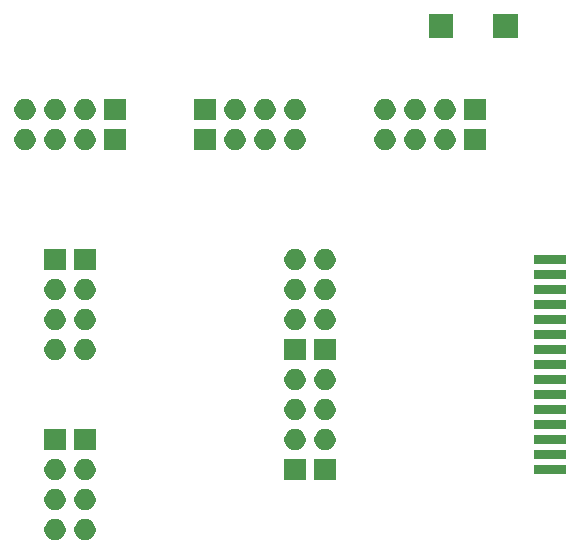
<source format=gbr>
G04 #@! TF.GenerationSoftware,KiCad,Pcbnew,(5.1.5)-3*
G04 #@! TF.CreationDate,2020-01-25T21:01:36+03:00*
G04 #@! TF.ProjectId,Casio VX Debug Unit,43617369-6f20-4565-9820-446562756720,rev?*
G04 #@! TF.SameCoordinates,Original*
G04 #@! TF.FileFunction,Soldermask,Top*
G04 #@! TF.FilePolarity,Negative*
%FSLAX46Y46*%
G04 Gerber Fmt 4.6, Leading zero omitted, Abs format (unit mm)*
G04 Created by KiCad (PCBNEW (5.1.5)-3) date 2020-01-25 21:01:36*
%MOMM*%
%LPD*%
G04 APERTURE LIST*
%ADD10C,0.100000*%
G04 APERTURE END LIST*
D10*
G36*
X206899000Y-80788000D02*
G01*
X208899000Y-80788000D01*
X208899000Y-82788000D01*
X206899000Y-82788000D01*
X206899000Y-82688000D01*
X206899000Y-80788000D01*
G37*
X206899000Y-80788000D02*
X208899000Y-80788000D01*
X208899000Y-82788000D01*
X206899000Y-82788000D01*
X206899000Y-82688000D01*
X206899000Y-80788000D01*
G36*
X212360000Y-80788000D02*
G01*
X214360000Y-80788000D01*
X214360000Y-82788000D01*
X212360000Y-82788000D01*
X212360000Y-82688000D01*
X212360000Y-80788000D01*
G37*
X212360000Y-80788000D02*
X214360000Y-80788000D01*
X214360000Y-82788000D01*
X212360000Y-82788000D01*
X212360000Y-82688000D01*
X212360000Y-80788000D01*
G36*
X177913512Y-123563927D02*
G01*
X178062812Y-123593624D01*
X178226784Y-123661544D01*
X178374354Y-123760147D01*
X178499853Y-123885646D01*
X178598456Y-124033216D01*
X178666376Y-124197188D01*
X178701000Y-124371259D01*
X178701000Y-124548741D01*
X178666376Y-124722812D01*
X178598456Y-124886784D01*
X178499853Y-125034354D01*
X178374354Y-125159853D01*
X178226784Y-125258456D01*
X178062812Y-125326376D01*
X177913512Y-125356073D01*
X177888742Y-125361000D01*
X177711258Y-125361000D01*
X177686488Y-125356073D01*
X177537188Y-125326376D01*
X177373216Y-125258456D01*
X177225646Y-125159853D01*
X177100147Y-125034354D01*
X177001544Y-124886784D01*
X176933624Y-124722812D01*
X176899000Y-124548741D01*
X176899000Y-124371259D01*
X176933624Y-124197188D01*
X177001544Y-124033216D01*
X177100147Y-123885646D01*
X177225646Y-123760147D01*
X177373216Y-123661544D01*
X177537188Y-123593624D01*
X177686488Y-123563927D01*
X177711258Y-123559000D01*
X177888742Y-123559000D01*
X177913512Y-123563927D01*
G37*
G36*
X175373512Y-123563927D02*
G01*
X175522812Y-123593624D01*
X175686784Y-123661544D01*
X175834354Y-123760147D01*
X175959853Y-123885646D01*
X176058456Y-124033216D01*
X176126376Y-124197188D01*
X176161000Y-124371259D01*
X176161000Y-124548741D01*
X176126376Y-124722812D01*
X176058456Y-124886784D01*
X175959853Y-125034354D01*
X175834354Y-125159853D01*
X175686784Y-125258456D01*
X175522812Y-125326376D01*
X175373512Y-125356073D01*
X175348742Y-125361000D01*
X175171258Y-125361000D01*
X175146488Y-125356073D01*
X174997188Y-125326376D01*
X174833216Y-125258456D01*
X174685646Y-125159853D01*
X174560147Y-125034354D01*
X174461544Y-124886784D01*
X174393624Y-124722812D01*
X174359000Y-124548741D01*
X174359000Y-124371259D01*
X174393624Y-124197188D01*
X174461544Y-124033216D01*
X174560147Y-123885646D01*
X174685646Y-123760147D01*
X174833216Y-123661544D01*
X174997188Y-123593624D01*
X175146488Y-123563927D01*
X175171258Y-123559000D01*
X175348742Y-123559000D01*
X175373512Y-123563927D01*
G37*
G36*
X177913512Y-121023927D02*
G01*
X178062812Y-121053624D01*
X178226784Y-121121544D01*
X178374354Y-121220147D01*
X178499853Y-121345646D01*
X178598456Y-121493216D01*
X178666376Y-121657188D01*
X178701000Y-121831259D01*
X178701000Y-122008741D01*
X178666376Y-122182812D01*
X178598456Y-122346784D01*
X178499853Y-122494354D01*
X178374354Y-122619853D01*
X178226784Y-122718456D01*
X178062812Y-122786376D01*
X177913512Y-122816073D01*
X177888742Y-122821000D01*
X177711258Y-122821000D01*
X177686488Y-122816073D01*
X177537188Y-122786376D01*
X177373216Y-122718456D01*
X177225646Y-122619853D01*
X177100147Y-122494354D01*
X177001544Y-122346784D01*
X176933624Y-122182812D01*
X176899000Y-122008741D01*
X176899000Y-121831259D01*
X176933624Y-121657188D01*
X177001544Y-121493216D01*
X177100147Y-121345646D01*
X177225646Y-121220147D01*
X177373216Y-121121544D01*
X177537188Y-121053624D01*
X177686488Y-121023927D01*
X177711258Y-121019000D01*
X177888742Y-121019000D01*
X177913512Y-121023927D01*
G37*
G36*
X175373512Y-121023927D02*
G01*
X175522812Y-121053624D01*
X175686784Y-121121544D01*
X175834354Y-121220147D01*
X175959853Y-121345646D01*
X176058456Y-121493216D01*
X176126376Y-121657188D01*
X176161000Y-121831259D01*
X176161000Y-122008741D01*
X176126376Y-122182812D01*
X176058456Y-122346784D01*
X175959853Y-122494354D01*
X175834354Y-122619853D01*
X175686784Y-122718456D01*
X175522812Y-122786376D01*
X175373512Y-122816073D01*
X175348742Y-122821000D01*
X175171258Y-122821000D01*
X175146488Y-122816073D01*
X174997188Y-122786376D01*
X174833216Y-122718456D01*
X174685646Y-122619853D01*
X174560147Y-122494354D01*
X174461544Y-122346784D01*
X174393624Y-122182812D01*
X174359000Y-122008741D01*
X174359000Y-121831259D01*
X174393624Y-121657188D01*
X174461544Y-121493216D01*
X174560147Y-121345646D01*
X174685646Y-121220147D01*
X174833216Y-121121544D01*
X174997188Y-121053624D01*
X175146488Y-121023927D01*
X175171258Y-121019000D01*
X175348742Y-121019000D01*
X175373512Y-121023927D01*
G37*
G36*
X196481000Y-120281000D02*
G01*
X194679000Y-120281000D01*
X194679000Y-118479000D01*
X196481000Y-118479000D01*
X196481000Y-120281000D01*
G37*
G36*
X177913512Y-118483927D02*
G01*
X178062812Y-118513624D01*
X178226784Y-118581544D01*
X178374354Y-118680147D01*
X178499853Y-118805646D01*
X178598456Y-118953216D01*
X178666376Y-119117188D01*
X178701000Y-119291259D01*
X178701000Y-119468741D01*
X178666376Y-119642812D01*
X178598456Y-119806784D01*
X178499853Y-119954354D01*
X178374354Y-120079853D01*
X178226784Y-120178456D01*
X178062812Y-120246376D01*
X177913512Y-120276073D01*
X177888742Y-120281000D01*
X177711258Y-120281000D01*
X177686488Y-120276073D01*
X177537188Y-120246376D01*
X177373216Y-120178456D01*
X177225646Y-120079853D01*
X177100147Y-119954354D01*
X177001544Y-119806784D01*
X176933624Y-119642812D01*
X176899000Y-119468741D01*
X176899000Y-119291259D01*
X176933624Y-119117188D01*
X177001544Y-118953216D01*
X177100147Y-118805646D01*
X177225646Y-118680147D01*
X177373216Y-118581544D01*
X177537188Y-118513624D01*
X177686488Y-118483927D01*
X177711258Y-118479000D01*
X177888742Y-118479000D01*
X177913512Y-118483927D01*
G37*
G36*
X175373512Y-118483927D02*
G01*
X175522812Y-118513624D01*
X175686784Y-118581544D01*
X175834354Y-118680147D01*
X175959853Y-118805646D01*
X176058456Y-118953216D01*
X176126376Y-119117188D01*
X176161000Y-119291259D01*
X176161000Y-119468741D01*
X176126376Y-119642812D01*
X176058456Y-119806784D01*
X175959853Y-119954354D01*
X175834354Y-120079853D01*
X175686784Y-120178456D01*
X175522812Y-120246376D01*
X175373512Y-120276073D01*
X175348742Y-120281000D01*
X175171258Y-120281000D01*
X175146488Y-120276073D01*
X174997188Y-120246376D01*
X174833216Y-120178456D01*
X174685646Y-120079853D01*
X174560147Y-119954354D01*
X174461544Y-119806784D01*
X174393624Y-119642812D01*
X174359000Y-119468741D01*
X174359000Y-119291259D01*
X174393624Y-119117188D01*
X174461544Y-118953216D01*
X174560147Y-118805646D01*
X174685646Y-118680147D01*
X174833216Y-118581544D01*
X174997188Y-118513624D01*
X175146488Y-118483927D01*
X175171258Y-118479000D01*
X175348742Y-118479000D01*
X175373512Y-118483927D01*
G37*
G36*
X199021000Y-120281000D02*
G01*
X197219000Y-120281000D01*
X197219000Y-118479000D01*
X199021000Y-118479000D01*
X199021000Y-120281000D01*
G37*
G36*
X218491000Y-119731000D02*
G01*
X215849000Y-119731000D01*
X215849000Y-119029000D01*
X218491000Y-119029000D01*
X218491000Y-119731000D01*
G37*
G36*
X218491000Y-118461000D02*
G01*
X215849000Y-118461000D01*
X215849000Y-117759000D01*
X218491000Y-117759000D01*
X218491000Y-118461000D01*
G37*
G36*
X176161000Y-117741000D02*
G01*
X174359000Y-117741000D01*
X174359000Y-115939000D01*
X176161000Y-115939000D01*
X176161000Y-117741000D01*
G37*
G36*
X195693512Y-115943927D02*
G01*
X195842812Y-115973624D01*
X196006784Y-116041544D01*
X196154354Y-116140147D01*
X196279853Y-116265646D01*
X196378456Y-116413216D01*
X196446376Y-116577188D01*
X196481000Y-116751259D01*
X196481000Y-116928741D01*
X196446376Y-117102812D01*
X196378456Y-117266784D01*
X196279853Y-117414354D01*
X196154354Y-117539853D01*
X196006784Y-117638456D01*
X195842812Y-117706376D01*
X195693512Y-117736073D01*
X195668742Y-117741000D01*
X195491258Y-117741000D01*
X195466488Y-117736073D01*
X195317188Y-117706376D01*
X195153216Y-117638456D01*
X195005646Y-117539853D01*
X194880147Y-117414354D01*
X194781544Y-117266784D01*
X194713624Y-117102812D01*
X194679000Y-116928741D01*
X194679000Y-116751259D01*
X194713624Y-116577188D01*
X194781544Y-116413216D01*
X194880147Y-116265646D01*
X195005646Y-116140147D01*
X195153216Y-116041544D01*
X195317188Y-115973624D01*
X195466488Y-115943927D01*
X195491258Y-115939000D01*
X195668742Y-115939000D01*
X195693512Y-115943927D01*
G37*
G36*
X178701000Y-117741000D02*
G01*
X176899000Y-117741000D01*
X176899000Y-115939000D01*
X178701000Y-115939000D01*
X178701000Y-117741000D01*
G37*
G36*
X198233512Y-115943927D02*
G01*
X198382812Y-115973624D01*
X198546784Y-116041544D01*
X198694354Y-116140147D01*
X198819853Y-116265646D01*
X198918456Y-116413216D01*
X198986376Y-116577188D01*
X199021000Y-116751259D01*
X199021000Y-116928741D01*
X198986376Y-117102812D01*
X198918456Y-117266784D01*
X198819853Y-117414354D01*
X198694354Y-117539853D01*
X198546784Y-117638456D01*
X198382812Y-117706376D01*
X198233512Y-117736073D01*
X198208742Y-117741000D01*
X198031258Y-117741000D01*
X198006488Y-117736073D01*
X197857188Y-117706376D01*
X197693216Y-117638456D01*
X197545646Y-117539853D01*
X197420147Y-117414354D01*
X197321544Y-117266784D01*
X197253624Y-117102812D01*
X197219000Y-116928741D01*
X197219000Y-116751259D01*
X197253624Y-116577188D01*
X197321544Y-116413216D01*
X197420147Y-116265646D01*
X197545646Y-116140147D01*
X197693216Y-116041544D01*
X197857188Y-115973624D01*
X198006488Y-115943927D01*
X198031258Y-115939000D01*
X198208742Y-115939000D01*
X198233512Y-115943927D01*
G37*
G36*
X218491000Y-117191000D02*
G01*
X215849000Y-117191000D01*
X215849000Y-116489000D01*
X218491000Y-116489000D01*
X218491000Y-117191000D01*
G37*
G36*
X218491000Y-115921000D02*
G01*
X215849000Y-115921000D01*
X215849000Y-115219000D01*
X218491000Y-115219000D01*
X218491000Y-115921000D01*
G37*
G36*
X198233512Y-113403927D02*
G01*
X198382812Y-113433624D01*
X198546784Y-113501544D01*
X198694354Y-113600147D01*
X198819853Y-113725646D01*
X198918456Y-113873216D01*
X198986376Y-114037188D01*
X199021000Y-114211259D01*
X199021000Y-114388741D01*
X198986376Y-114562812D01*
X198918456Y-114726784D01*
X198819853Y-114874354D01*
X198694354Y-114999853D01*
X198546784Y-115098456D01*
X198382812Y-115166376D01*
X198233512Y-115196073D01*
X198208742Y-115201000D01*
X198031258Y-115201000D01*
X198006488Y-115196073D01*
X197857188Y-115166376D01*
X197693216Y-115098456D01*
X197545646Y-114999853D01*
X197420147Y-114874354D01*
X197321544Y-114726784D01*
X197253624Y-114562812D01*
X197219000Y-114388741D01*
X197219000Y-114211259D01*
X197253624Y-114037188D01*
X197321544Y-113873216D01*
X197420147Y-113725646D01*
X197545646Y-113600147D01*
X197693216Y-113501544D01*
X197857188Y-113433624D01*
X198006488Y-113403927D01*
X198031258Y-113399000D01*
X198208742Y-113399000D01*
X198233512Y-113403927D01*
G37*
G36*
X195693512Y-113403927D02*
G01*
X195842812Y-113433624D01*
X196006784Y-113501544D01*
X196154354Y-113600147D01*
X196279853Y-113725646D01*
X196378456Y-113873216D01*
X196446376Y-114037188D01*
X196481000Y-114211259D01*
X196481000Y-114388741D01*
X196446376Y-114562812D01*
X196378456Y-114726784D01*
X196279853Y-114874354D01*
X196154354Y-114999853D01*
X196006784Y-115098456D01*
X195842812Y-115166376D01*
X195693512Y-115196073D01*
X195668742Y-115201000D01*
X195491258Y-115201000D01*
X195466488Y-115196073D01*
X195317188Y-115166376D01*
X195153216Y-115098456D01*
X195005646Y-114999853D01*
X194880147Y-114874354D01*
X194781544Y-114726784D01*
X194713624Y-114562812D01*
X194679000Y-114388741D01*
X194679000Y-114211259D01*
X194713624Y-114037188D01*
X194781544Y-113873216D01*
X194880147Y-113725646D01*
X195005646Y-113600147D01*
X195153216Y-113501544D01*
X195317188Y-113433624D01*
X195466488Y-113403927D01*
X195491258Y-113399000D01*
X195668742Y-113399000D01*
X195693512Y-113403927D01*
G37*
G36*
X218491000Y-114651000D02*
G01*
X215849000Y-114651000D01*
X215849000Y-113949000D01*
X218491000Y-113949000D01*
X218491000Y-114651000D01*
G37*
G36*
X218491000Y-113381000D02*
G01*
X215849000Y-113381000D01*
X215849000Y-112679000D01*
X218491000Y-112679000D01*
X218491000Y-113381000D01*
G37*
G36*
X195693512Y-110863927D02*
G01*
X195842812Y-110893624D01*
X196006784Y-110961544D01*
X196154354Y-111060147D01*
X196279853Y-111185646D01*
X196378456Y-111333216D01*
X196446376Y-111497188D01*
X196481000Y-111671259D01*
X196481000Y-111848741D01*
X196446376Y-112022812D01*
X196378456Y-112186784D01*
X196279853Y-112334354D01*
X196154354Y-112459853D01*
X196006784Y-112558456D01*
X195842812Y-112626376D01*
X195693512Y-112656073D01*
X195668742Y-112661000D01*
X195491258Y-112661000D01*
X195466488Y-112656073D01*
X195317188Y-112626376D01*
X195153216Y-112558456D01*
X195005646Y-112459853D01*
X194880147Y-112334354D01*
X194781544Y-112186784D01*
X194713624Y-112022812D01*
X194679000Y-111848741D01*
X194679000Y-111671259D01*
X194713624Y-111497188D01*
X194781544Y-111333216D01*
X194880147Y-111185646D01*
X195005646Y-111060147D01*
X195153216Y-110961544D01*
X195317188Y-110893624D01*
X195466488Y-110863927D01*
X195491258Y-110859000D01*
X195668742Y-110859000D01*
X195693512Y-110863927D01*
G37*
G36*
X198233512Y-110863927D02*
G01*
X198382812Y-110893624D01*
X198546784Y-110961544D01*
X198694354Y-111060147D01*
X198819853Y-111185646D01*
X198918456Y-111333216D01*
X198986376Y-111497188D01*
X199021000Y-111671259D01*
X199021000Y-111848741D01*
X198986376Y-112022812D01*
X198918456Y-112186784D01*
X198819853Y-112334354D01*
X198694354Y-112459853D01*
X198546784Y-112558456D01*
X198382812Y-112626376D01*
X198233512Y-112656073D01*
X198208742Y-112661000D01*
X198031258Y-112661000D01*
X198006488Y-112656073D01*
X197857188Y-112626376D01*
X197693216Y-112558456D01*
X197545646Y-112459853D01*
X197420147Y-112334354D01*
X197321544Y-112186784D01*
X197253624Y-112022812D01*
X197219000Y-111848741D01*
X197219000Y-111671259D01*
X197253624Y-111497188D01*
X197321544Y-111333216D01*
X197420147Y-111185646D01*
X197545646Y-111060147D01*
X197693216Y-110961544D01*
X197857188Y-110893624D01*
X198006488Y-110863927D01*
X198031258Y-110859000D01*
X198208742Y-110859000D01*
X198233512Y-110863927D01*
G37*
G36*
X218491000Y-112111000D02*
G01*
X215849000Y-112111000D01*
X215849000Y-111409000D01*
X218491000Y-111409000D01*
X218491000Y-112111000D01*
G37*
G36*
X218491000Y-110841000D02*
G01*
X215849000Y-110841000D01*
X215849000Y-110139000D01*
X218491000Y-110139000D01*
X218491000Y-110841000D01*
G37*
G36*
X196481000Y-110121000D02*
G01*
X194679000Y-110121000D01*
X194679000Y-108319000D01*
X196481000Y-108319000D01*
X196481000Y-110121000D01*
G37*
G36*
X199021000Y-110121000D02*
G01*
X197219000Y-110121000D01*
X197219000Y-108319000D01*
X199021000Y-108319000D01*
X199021000Y-110121000D01*
G37*
G36*
X177913512Y-108323927D02*
G01*
X178062812Y-108353624D01*
X178226784Y-108421544D01*
X178374354Y-108520147D01*
X178499853Y-108645646D01*
X178598456Y-108793216D01*
X178666376Y-108957188D01*
X178701000Y-109131259D01*
X178701000Y-109308741D01*
X178666376Y-109482812D01*
X178598456Y-109646784D01*
X178499853Y-109794354D01*
X178374354Y-109919853D01*
X178226784Y-110018456D01*
X178062812Y-110086376D01*
X177913512Y-110116073D01*
X177888742Y-110121000D01*
X177711258Y-110121000D01*
X177686488Y-110116073D01*
X177537188Y-110086376D01*
X177373216Y-110018456D01*
X177225646Y-109919853D01*
X177100147Y-109794354D01*
X177001544Y-109646784D01*
X176933624Y-109482812D01*
X176899000Y-109308741D01*
X176899000Y-109131259D01*
X176933624Y-108957188D01*
X177001544Y-108793216D01*
X177100147Y-108645646D01*
X177225646Y-108520147D01*
X177373216Y-108421544D01*
X177537188Y-108353624D01*
X177686488Y-108323927D01*
X177711258Y-108319000D01*
X177888742Y-108319000D01*
X177913512Y-108323927D01*
G37*
G36*
X175373512Y-108323927D02*
G01*
X175522812Y-108353624D01*
X175686784Y-108421544D01*
X175834354Y-108520147D01*
X175959853Y-108645646D01*
X176058456Y-108793216D01*
X176126376Y-108957188D01*
X176161000Y-109131259D01*
X176161000Y-109308741D01*
X176126376Y-109482812D01*
X176058456Y-109646784D01*
X175959853Y-109794354D01*
X175834354Y-109919853D01*
X175686784Y-110018456D01*
X175522812Y-110086376D01*
X175373512Y-110116073D01*
X175348742Y-110121000D01*
X175171258Y-110121000D01*
X175146488Y-110116073D01*
X174997188Y-110086376D01*
X174833216Y-110018456D01*
X174685646Y-109919853D01*
X174560147Y-109794354D01*
X174461544Y-109646784D01*
X174393624Y-109482812D01*
X174359000Y-109308741D01*
X174359000Y-109131259D01*
X174393624Y-108957188D01*
X174461544Y-108793216D01*
X174560147Y-108645646D01*
X174685646Y-108520147D01*
X174833216Y-108421544D01*
X174997188Y-108353624D01*
X175146488Y-108323927D01*
X175171258Y-108319000D01*
X175348742Y-108319000D01*
X175373512Y-108323927D01*
G37*
G36*
X218491000Y-109571000D02*
G01*
X215849000Y-109571000D01*
X215849000Y-108869000D01*
X218491000Y-108869000D01*
X218491000Y-109571000D01*
G37*
G36*
X218491000Y-108301000D02*
G01*
X215849000Y-108301000D01*
X215849000Y-107599000D01*
X218491000Y-107599000D01*
X218491000Y-108301000D01*
G37*
G36*
X175373512Y-105783927D02*
G01*
X175522812Y-105813624D01*
X175686784Y-105881544D01*
X175834354Y-105980147D01*
X175959853Y-106105646D01*
X176058456Y-106253216D01*
X176126376Y-106417188D01*
X176161000Y-106591259D01*
X176161000Y-106768741D01*
X176126376Y-106942812D01*
X176058456Y-107106784D01*
X175959853Y-107254354D01*
X175834354Y-107379853D01*
X175686784Y-107478456D01*
X175522812Y-107546376D01*
X175373512Y-107576073D01*
X175348742Y-107581000D01*
X175171258Y-107581000D01*
X175146488Y-107576073D01*
X174997188Y-107546376D01*
X174833216Y-107478456D01*
X174685646Y-107379853D01*
X174560147Y-107254354D01*
X174461544Y-107106784D01*
X174393624Y-106942812D01*
X174359000Y-106768741D01*
X174359000Y-106591259D01*
X174393624Y-106417188D01*
X174461544Y-106253216D01*
X174560147Y-106105646D01*
X174685646Y-105980147D01*
X174833216Y-105881544D01*
X174997188Y-105813624D01*
X175146488Y-105783927D01*
X175171258Y-105779000D01*
X175348742Y-105779000D01*
X175373512Y-105783927D01*
G37*
G36*
X177913512Y-105783927D02*
G01*
X178062812Y-105813624D01*
X178226784Y-105881544D01*
X178374354Y-105980147D01*
X178499853Y-106105646D01*
X178598456Y-106253216D01*
X178666376Y-106417188D01*
X178701000Y-106591259D01*
X178701000Y-106768741D01*
X178666376Y-106942812D01*
X178598456Y-107106784D01*
X178499853Y-107254354D01*
X178374354Y-107379853D01*
X178226784Y-107478456D01*
X178062812Y-107546376D01*
X177913512Y-107576073D01*
X177888742Y-107581000D01*
X177711258Y-107581000D01*
X177686488Y-107576073D01*
X177537188Y-107546376D01*
X177373216Y-107478456D01*
X177225646Y-107379853D01*
X177100147Y-107254354D01*
X177001544Y-107106784D01*
X176933624Y-106942812D01*
X176899000Y-106768741D01*
X176899000Y-106591259D01*
X176933624Y-106417188D01*
X177001544Y-106253216D01*
X177100147Y-106105646D01*
X177225646Y-105980147D01*
X177373216Y-105881544D01*
X177537188Y-105813624D01*
X177686488Y-105783927D01*
X177711258Y-105779000D01*
X177888742Y-105779000D01*
X177913512Y-105783927D01*
G37*
G36*
X198233512Y-105783927D02*
G01*
X198382812Y-105813624D01*
X198546784Y-105881544D01*
X198694354Y-105980147D01*
X198819853Y-106105646D01*
X198918456Y-106253216D01*
X198986376Y-106417188D01*
X199021000Y-106591259D01*
X199021000Y-106768741D01*
X198986376Y-106942812D01*
X198918456Y-107106784D01*
X198819853Y-107254354D01*
X198694354Y-107379853D01*
X198546784Y-107478456D01*
X198382812Y-107546376D01*
X198233512Y-107576073D01*
X198208742Y-107581000D01*
X198031258Y-107581000D01*
X198006488Y-107576073D01*
X197857188Y-107546376D01*
X197693216Y-107478456D01*
X197545646Y-107379853D01*
X197420147Y-107254354D01*
X197321544Y-107106784D01*
X197253624Y-106942812D01*
X197219000Y-106768741D01*
X197219000Y-106591259D01*
X197253624Y-106417188D01*
X197321544Y-106253216D01*
X197420147Y-106105646D01*
X197545646Y-105980147D01*
X197693216Y-105881544D01*
X197857188Y-105813624D01*
X198006488Y-105783927D01*
X198031258Y-105779000D01*
X198208742Y-105779000D01*
X198233512Y-105783927D01*
G37*
G36*
X195693512Y-105783927D02*
G01*
X195842812Y-105813624D01*
X196006784Y-105881544D01*
X196154354Y-105980147D01*
X196279853Y-106105646D01*
X196378456Y-106253216D01*
X196446376Y-106417188D01*
X196481000Y-106591259D01*
X196481000Y-106768741D01*
X196446376Y-106942812D01*
X196378456Y-107106784D01*
X196279853Y-107254354D01*
X196154354Y-107379853D01*
X196006784Y-107478456D01*
X195842812Y-107546376D01*
X195693512Y-107576073D01*
X195668742Y-107581000D01*
X195491258Y-107581000D01*
X195466488Y-107576073D01*
X195317188Y-107546376D01*
X195153216Y-107478456D01*
X195005646Y-107379853D01*
X194880147Y-107254354D01*
X194781544Y-107106784D01*
X194713624Y-106942812D01*
X194679000Y-106768741D01*
X194679000Y-106591259D01*
X194713624Y-106417188D01*
X194781544Y-106253216D01*
X194880147Y-106105646D01*
X195005646Y-105980147D01*
X195153216Y-105881544D01*
X195317188Y-105813624D01*
X195466488Y-105783927D01*
X195491258Y-105779000D01*
X195668742Y-105779000D01*
X195693512Y-105783927D01*
G37*
G36*
X218491000Y-107031000D02*
G01*
X215849000Y-107031000D01*
X215849000Y-106329000D01*
X218491000Y-106329000D01*
X218491000Y-107031000D01*
G37*
G36*
X218491000Y-105761000D02*
G01*
X215849000Y-105761000D01*
X215849000Y-105059000D01*
X218491000Y-105059000D01*
X218491000Y-105761000D01*
G37*
G36*
X175373512Y-103243927D02*
G01*
X175522812Y-103273624D01*
X175686784Y-103341544D01*
X175834354Y-103440147D01*
X175959853Y-103565646D01*
X176058456Y-103713216D01*
X176126376Y-103877188D01*
X176161000Y-104051259D01*
X176161000Y-104228741D01*
X176126376Y-104402812D01*
X176058456Y-104566784D01*
X175959853Y-104714354D01*
X175834354Y-104839853D01*
X175686784Y-104938456D01*
X175522812Y-105006376D01*
X175373512Y-105036073D01*
X175348742Y-105041000D01*
X175171258Y-105041000D01*
X175146488Y-105036073D01*
X174997188Y-105006376D01*
X174833216Y-104938456D01*
X174685646Y-104839853D01*
X174560147Y-104714354D01*
X174461544Y-104566784D01*
X174393624Y-104402812D01*
X174359000Y-104228741D01*
X174359000Y-104051259D01*
X174393624Y-103877188D01*
X174461544Y-103713216D01*
X174560147Y-103565646D01*
X174685646Y-103440147D01*
X174833216Y-103341544D01*
X174997188Y-103273624D01*
X175146488Y-103243927D01*
X175171258Y-103239000D01*
X175348742Y-103239000D01*
X175373512Y-103243927D01*
G37*
G36*
X177913512Y-103243927D02*
G01*
X178062812Y-103273624D01*
X178226784Y-103341544D01*
X178374354Y-103440147D01*
X178499853Y-103565646D01*
X178598456Y-103713216D01*
X178666376Y-103877188D01*
X178701000Y-104051259D01*
X178701000Y-104228741D01*
X178666376Y-104402812D01*
X178598456Y-104566784D01*
X178499853Y-104714354D01*
X178374354Y-104839853D01*
X178226784Y-104938456D01*
X178062812Y-105006376D01*
X177913512Y-105036073D01*
X177888742Y-105041000D01*
X177711258Y-105041000D01*
X177686488Y-105036073D01*
X177537188Y-105006376D01*
X177373216Y-104938456D01*
X177225646Y-104839853D01*
X177100147Y-104714354D01*
X177001544Y-104566784D01*
X176933624Y-104402812D01*
X176899000Y-104228741D01*
X176899000Y-104051259D01*
X176933624Y-103877188D01*
X177001544Y-103713216D01*
X177100147Y-103565646D01*
X177225646Y-103440147D01*
X177373216Y-103341544D01*
X177537188Y-103273624D01*
X177686488Y-103243927D01*
X177711258Y-103239000D01*
X177888742Y-103239000D01*
X177913512Y-103243927D01*
G37*
G36*
X195693512Y-103243927D02*
G01*
X195842812Y-103273624D01*
X196006784Y-103341544D01*
X196154354Y-103440147D01*
X196279853Y-103565646D01*
X196378456Y-103713216D01*
X196446376Y-103877188D01*
X196481000Y-104051259D01*
X196481000Y-104228741D01*
X196446376Y-104402812D01*
X196378456Y-104566784D01*
X196279853Y-104714354D01*
X196154354Y-104839853D01*
X196006784Y-104938456D01*
X195842812Y-105006376D01*
X195693512Y-105036073D01*
X195668742Y-105041000D01*
X195491258Y-105041000D01*
X195466488Y-105036073D01*
X195317188Y-105006376D01*
X195153216Y-104938456D01*
X195005646Y-104839853D01*
X194880147Y-104714354D01*
X194781544Y-104566784D01*
X194713624Y-104402812D01*
X194679000Y-104228741D01*
X194679000Y-104051259D01*
X194713624Y-103877188D01*
X194781544Y-103713216D01*
X194880147Y-103565646D01*
X195005646Y-103440147D01*
X195153216Y-103341544D01*
X195317188Y-103273624D01*
X195466488Y-103243927D01*
X195491258Y-103239000D01*
X195668742Y-103239000D01*
X195693512Y-103243927D01*
G37*
G36*
X198233512Y-103243927D02*
G01*
X198382812Y-103273624D01*
X198546784Y-103341544D01*
X198694354Y-103440147D01*
X198819853Y-103565646D01*
X198918456Y-103713216D01*
X198986376Y-103877188D01*
X199021000Y-104051259D01*
X199021000Y-104228741D01*
X198986376Y-104402812D01*
X198918456Y-104566784D01*
X198819853Y-104714354D01*
X198694354Y-104839853D01*
X198546784Y-104938456D01*
X198382812Y-105006376D01*
X198233512Y-105036073D01*
X198208742Y-105041000D01*
X198031258Y-105041000D01*
X198006488Y-105036073D01*
X197857188Y-105006376D01*
X197693216Y-104938456D01*
X197545646Y-104839853D01*
X197420147Y-104714354D01*
X197321544Y-104566784D01*
X197253624Y-104402812D01*
X197219000Y-104228741D01*
X197219000Y-104051259D01*
X197253624Y-103877188D01*
X197321544Y-103713216D01*
X197420147Y-103565646D01*
X197545646Y-103440147D01*
X197693216Y-103341544D01*
X197857188Y-103273624D01*
X198006488Y-103243927D01*
X198031258Y-103239000D01*
X198208742Y-103239000D01*
X198233512Y-103243927D01*
G37*
G36*
X218491000Y-104491000D02*
G01*
X215849000Y-104491000D01*
X215849000Y-103789000D01*
X218491000Y-103789000D01*
X218491000Y-104491000D01*
G37*
G36*
X218491000Y-103221000D02*
G01*
X215849000Y-103221000D01*
X215849000Y-102519000D01*
X218491000Y-102519000D01*
X218491000Y-103221000D01*
G37*
G36*
X178701000Y-102501000D02*
G01*
X176899000Y-102501000D01*
X176899000Y-100699000D01*
X178701000Y-100699000D01*
X178701000Y-102501000D01*
G37*
G36*
X176161000Y-102501000D02*
G01*
X174359000Y-102501000D01*
X174359000Y-100699000D01*
X176161000Y-100699000D01*
X176161000Y-102501000D01*
G37*
G36*
X195693512Y-100703927D02*
G01*
X195842812Y-100733624D01*
X196006784Y-100801544D01*
X196154354Y-100900147D01*
X196279853Y-101025646D01*
X196378456Y-101173216D01*
X196446376Y-101337188D01*
X196481000Y-101511259D01*
X196481000Y-101688741D01*
X196446376Y-101862812D01*
X196378456Y-102026784D01*
X196279853Y-102174354D01*
X196154354Y-102299853D01*
X196006784Y-102398456D01*
X195842812Y-102466376D01*
X195693512Y-102496073D01*
X195668742Y-102501000D01*
X195491258Y-102501000D01*
X195466488Y-102496073D01*
X195317188Y-102466376D01*
X195153216Y-102398456D01*
X195005646Y-102299853D01*
X194880147Y-102174354D01*
X194781544Y-102026784D01*
X194713624Y-101862812D01*
X194679000Y-101688741D01*
X194679000Y-101511259D01*
X194713624Y-101337188D01*
X194781544Y-101173216D01*
X194880147Y-101025646D01*
X195005646Y-100900147D01*
X195153216Y-100801544D01*
X195317188Y-100733624D01*
X195466488Y-100703927D01*
X195491258Y-100699000D01*
X195668742Y-100699000D01*
X195693512Y-100703927D01*
G37*
G36*
X198233512Y-100703927D02*
G01*
X198382812Y-100733624D01*
X198546784Y-100801544D01*
X198694354Y-100900147D01*
X198819853Y-101025646D01*
X198918456Y-101173216D01*
X198986376Y-101337188D01*
X199021000Y-101511259D01*
X199021000Y-101688741D01*
X198986376Y-101862812D01*
X198918456Y-102026784D01*
X198819853Y-102174354D01*
X198694354Y-102299853D01*
X198546784Y-102398456D01*
X198382812Y-102466376D01*
X198233512Y-102496073D01*
X198208742Y-102501000D01*
X198031258Y-102501000D01*
X198006488Y-102496073D01*
X197857188Y-102466376D01*
X197693216Y-102398456D01*
X197545646Y-102299853D01*
X197420147Y-102174354D01*
X197321544Y-102026784D01*
X197253624Y-101862812D01*
X197219000Y-101688741D01*
X197219000Y-101511259D01*
X197253624Y-101337188D01*
X197321544Y-101173216D01*
X197420147Y-101025646D01*
X197545646Y-100900147D01*
X197693216Y-100801544D01*
X197857188Y-100733624D01*
X198006488Y-100703927D01*
X198031258Y-100699000D01*
X198208742Y-100699000D01*
X198233512Y-100703927D01*
G37*
G36*
X218491000Y-101951000D02*
G01*
X215849000Y-101951000D01*
X215849000Y-101249000D01*
X218491000Y-101249000D01*
X218491000Y-101951000D01*
G37*
G36*
X195693512Y-90543927D02*
G01*
X195842812Y-90573624D01*
X196006784Y-90641544D01*
X196154354Y-90740147D01*
X196279853Y-90865646D01*
X196378456Y-91013216D01*
X196446376Y-91177188D01*
X196481000Y-91351259D01*
X196481000Y-91528741D01*
X196446376Y-91702812D01*
X196378456Y-91866784D01*
X196279853Y-92014354D01*
X196154354Y-92139853D01*
X196006784Y-92238456D01*
X195842812Y-92306376D01*
X195693512Y-92336073D01*
X195668742Y-92341000D01*
X195491258Y-92341000D01*
X195466488Y-92336073D01*
X195317188Y-92306376D01*
X195153216Y-92238456D01*
X195005646Y-92139853D01*
X194880147Y-92014354D01*
X194781544Y-91866784D01*
X194713624Y-91702812D01*
X194679000Y-91528741D01*
X194679000Y-91351259D01*
X194713624Y-91177188D01*
X194781544Y-91013216D01*
X194880147Y-90865646D01*
X195005646Y-90740147D01*
X195153216Y-90641544D01*
X195317188Y-90573624D01*
X195466488Y-90543927D01*
X195491258Y-90539000D01*
X195668742Y-90539000D01*
X195693512Y-90543927D01*
G37*
G36*
X193153512Y-90543927D02*
G01*
X193302812Y-90573624D01*
X193466784Y-90641544D01*
X193614354Y-90740147D01*
X193739853Y-90865646D01*
X193838456Y-91013216D01*
X193906376Y-91177188D01*
X193941000Y-91351259D01*
X193941000Y-91528741D01*
X193906376Y-91702812D01*
X193838456Y-91866784D01*
X193739853Y-92014354D01*
X193614354Y-92139853D01*
X193466784Y-92238456D01*
X193302812Y-92306376D01*
X193153512Y-92336073D01*
X193128742Y-92341000D01*
X192951258Y-92341000D01*
X192926488Y-92336073D01*
X192777188Y-92306376D01*
X192613216Y-92238456D01*
X192465646Y-92139853D01*
X192340147Y-92014354D01*
X192241544Y-91866784D01*
X192173624Y-91702812D01*
X192139000Y-91528741D01*
X192139000Y-91351259D01*
X192173624Y-91177188D01*
X192241544Y-91013216D01*
X192340147Y-90865646D01*
X192465646Y-90740147D01*
X192613216Y-90641544D01*
X192777188Y-90573624D01*
X192926488Y-90543927D01*
X192951258Y-90539000D01*
X193128742Y-90539000D01*
X193153512Y-90543927D01*
G37*
G36*
X190613512Y-90543927D02*
G01*
X190762812Y-90573624D01*
X190926784Y-90641544D01*
X191074354Y-90740147D01*
X191199853Y-90865646D01*
X191298456Y-91013216D01*
X191366376Y-91177188D01*
X191401000Y-91351259D01*
X191401000Y-91528741D01*
X191366376Y-91702812D01*
X191298456Y-91866784D01*
X191199853Y-92014354D01*
X191074354Y-92139853D01*
X190926784Y-92238456D01*
X190762812Y-92306376D01*
X190613512Y-92336073D01*
X190588742Y-92341000D01*
X190411258Y-92341000D01*
X190386488Y-92336073D01*
X190237188Y-92306376D01*
X190073216Y-92238456D01*
X189925646Y-92139853D01*
X189800147Y-92014354D01*
X189701544Y-91866784D01*
X189633624Y-91702812D01*
X189599000Y-91528741D01*
X189599000Y-91351259D01*
X189633624Y-91177188D01*
X189701544Y-91013216D01*
X189800147Y-90865646D01*
X189925646Y-90740147D01*
X190073216Y-90641544D01*
X190237188Y-90573624D01*
X190386488Y-90543927D01*
X190411258Y-90539000D01*
X190588742Y-90539000D01*
X190613512Y-90543927D01*
G37*
G36*
X175373512Y-90543927D02*
G01*
X175522812Y-90573624D01*
X175686784Y-90641544D01*
X175834354Y-90740147D01*
X175959853Y-90865646D01*
X176058456Y-91013216D01*
X176126376Y-91177188D01*
X176161000Y-91351259D01*
X176161000Y-91528741D01*
X176126376Y-91702812D01*
X176058456Y-91866784D01*
X175959853Y-92014354D01*
X175834354Y-92139853D01*
X175686784Y-92238456D01*
X175522812Y-92306376D01*
X175373512Y-92336073D01*
X175348742Y-92341000D01*
X175171258Y-92341000D01*
X175146488Y-92336073D01*
X174997188Y-92306376D01*
X174833216Y-92238456D01*
X174685646Y-92139853D01*
X174560147Y-92014354D01*
X174461544Y-91866784D01*
X174393624Y-91702812D01*
X174359000Y-91528741D01*
X174359000Y-91351259D01*
X174393624Y-91177188D01*
X174461544Y-91013216D01*
X174560147Y-90865646D01*
X174685646Y-90740147D01*
X174833216Y-90641544D01*
X174997188Y-90573624D01*
X175146488Y-90543927D01*
X175171258Y-90539000D01*
X175348742Y-90539000D01*
X175373512Y-90543927D01*
G37*
G36*
X177913512Y-90543927D02*
G01*
X178062812Y-90573624D01*
X178226784Y-90641544D01*
X178374354Y-90740147D01*
X178499853Y-90865646D01*
X178598456Y-91013216D01*
X178666376Y-91177188D01*
X178701000Y-91351259D01*
X178701000Y-91528741D01*
X178666376Y-91702812D01*
X178598456Y-91866784D01*
X178499853Y-92014354D01*
X178374354Y-92139853D01*
X178226784Y-92238456D01*
X178062812Y-92306376D01*
X177913512Y-92336073D01*
X177888742Y-92341000D01*
X177711258Y-92341000D01*
X177686488Y-92336073D01*
X177537188Y-92306376D01*
X177373216Y-92238456D01*
X177225646Y-92139853D01*
X177100147Y-92014354D01*
X177001544Y-91866784D01*
X176933624Y-91702812D01*
X176899000Y-91528741D01*
X176899000Y-91351259D01*
X176933624Y-91177188D01*
X177001544Y-91013216D01*
X177100147Y-90865646D01*
X177225646Y-90740147D01*
X177373216Y-90641544D01*
X177537188Y-90573624D01*
X177686488Y-90543927D01*
X177711258Y-90539000D01*
X177888742Y-90539000D01*
X177913512Y-90543927D01*
G37*
G36*
X181241000Y-92341000D02*
G01*
X179439000Y-92341000D01*
X179439000Y-90539000D01*
X181241000Y-90539000D01*
X181241000Y-92341000D01*
G37*
G36*
X172833512Y-90543927D02*
G01*
X172982812Y-90573624D01*
X173146784Y-90641544D01*
X173294354Y-90740147D01*
X173419853Y-90865646D01*
X173518456Y-91013216D01*
X173586376Y-91177188D01*
X173621000Y-91351259D01*
X173621000Y-91528741D01*
X173586376Y-91702812D01*
X173518456Y-91866784D01*
X173419853Y-92014354D01*
X173294354Y-92139853D01*
X173146784Y-92238456D01*
X172982812Y-92306376D01*
X172833512Y-92336073D01*
X172808742Y-92341000D01*
X172631258Y-92341000D01*
X172606488Y-92336073D01*
X172457188Y-92306376D01*
X172293216Y-92238456D01*
X172145646Y-92139853D01*
X172020147Y-92014354D01*
X171921544Y-91866784D01*
X171853624Y-91702812D01*
X171819000Y-91528741D01*
X171819000Y-91351259D01*
X171853624Y-91177188D01*
X171921544Y-91013216D01*
X172020147Y-90865646D01*
X172145646Y-90740147D01*
X172293216Y-90641544D01*
X172457188Y-90573624D01*
X172606488Y-90543927D01*
X172631258Y-90539000D01*
X172808742Y-90539000D01*
X172833512Y-90543927D01*
G37*
G36*
X203313512Y-90543927D02*
G01*
X203462812Y-90573624D01*
X203626784Y-90641544D01*
X203774354Y-90740147D01*
X203899853Y-90865646D01*
X203998456Y-91013216D01*
X204066376Y-91177188D01*
X204101000Y-91351259D01*
X204101000Y-91528741D01*
X204066376Y-91702812D01*
X203998456Y-91866784D01*
X203899853Y-92014354D01*
X203774354Y-92139853D01*
X203626784Y-92238456D01*
X203462812Y-92306376D01*
X203313512Y-92336073D01*
X203288742Y-92341000D01*
X203111258Y-92341000D01*
X203086488Y-92336073D01*
X202937188Y-92306376D01*
X202773216Y-92238456D01*
X202625646Y-92139853D01*
X202500147Y-92014354D01*
X202401544Y-91866784D01*
X202333624Y-91702812D01*
X202299000Y-91528741D01*
X202299000Y-91351259D01*
X202333624Y-91177188D01*
X202401544Y-91013216D01*
X202500147Y-90865646D01*
X202625646Y-90740147D01*
X202773216Y-90641544D01*
X202937188Y-90573624D01*
X203086488Y-90543927D01*
X203111258Y-90539000D01*
X203288742Y-90539000D01*
X203313512Y-90543927D01*
G37*
G36*
X205853512Y-90543927D02*
G01*
X206002812Y-90573624D01*
X206166784Y-90641544D01*
X206314354Y-90740147D01*
X206439853Y-90865646D01*
X206538456Y-91013216D01*
X206606376Y-91177188D01*
X206641000Y-91351259D01*
X206641000Y-91528741D01*
X206606376Y-91702812D01*
X206538456Y-91866784D01*
X206439853Y-92014354D01*
X206314354Y-92139853D01*
X206166784Y-92238456D01*
X206002812Y-92306376D01*
X205853512Y-92336073D01*
X205828742Y-92341000D01*
X205651258Y-92341000D01*
X205626488Y-92336073D01*
X205477188Y-92306376D01*
X205313216Y-92238456D01*
X205165646Y-92139853D01*
X205040147Y-92014354D01*
X204941544Y-91866784D01*
X204873624Y-91702812D01*
X204839000Y-91528741D01*
X204839000Y-91351259D01*
X204873624Y-91177188D01*
X204941544Y-91013216D01*
X205040147Y-90865646D01*
X205165646Y-90740147D01*
X205313216Y-90641544D01*
X205477188Y-90573624D01*
X205626488Y-90543927D01*
X205651258Y-90539000D01*
X205828742Y-90539000D01*
X205853512Y-90543927D01*
G37*
G36*
X208393512Y-90543927D02*
G01*
X208542812Y-90573624D01*
X208706784Y-90641544D01*
X208854354Y-90740147D01*
X208979853Y-90865646D01*
X209078456Y-91013216D01*
X209146376Y-91177188D01*
X209181000Y-91351259D01*
X209181000Y-91528741D01*
X209146376Y-91702812D01*
X209078456Y-91866784D01*
X208979853Y-92014354D01*
X208854354Y-92139853D01*
X208706784Y-92238456D01*
X208542812Y-92306376D01*
X208393512Y-92336073D01*
X208368742Y-92341000D01*
X208191258Y-92341000D01*
X208166488Y-92336073D01*
X208017188Y-92306376D01*
X207853216Y-92238456D01*
X207705646Y-92139853D01*
X207580147Y-92014354D01*
X207481544Y-91866784D01*
X207413624Y-91702812D01*
X207379000Y-91528741D01*
X207379000Y-91351259D01*
X207413624Y-91177188D01*
X207481544Y-91013216D01*
X207580147Y-90865646D01*
X207705646Y-90740147D01*
X207853216Y-90641544D01*
X208017188Y-90573624D01*
X208166488Y-90543927D01*
X208191258Y-90539000D01*
X208368742Y-90539000D01*
X208393512Y-90543927D01*
G37*
G36*
X211721000Y-92341000D02*
G01*
X209919000Y-92341000D01*
X209919000Y-90539000D01*
X211721000Y-90539000D01*
X211721000Y-92341000D01*
G37*
G36*
X188861000Y-92341000D02*
G01*
X187059000Y-92341000D01*
X187059000Y-90539000D01*
X188861000Y-90539000D01*
X188861000Y-92341000D01*
G37*
G36*
X190613512Y-88003927D02*
G01*
X190762812Y-88033624D01*
X190926784Y-88101544D01*
X191074354Y-88200147D01*
X191199853Y-88325646D01*
X191298456Y-88473216D01*
X191366376Y-88637188D01*
X191401000Y-88811259D01*
X191401000Y-88988741D01*
X191366376Y-89162812D01*
X191298456Y-89326784D01*
X191199853Y-89474354D01*
X191074354Y-89599853D01*
X190926784Y-89698456D01*
X190762812Y-89766376D01*
X190613512Y-89796073D01*
X190588742Y-89801000D01*
X190411258Y-89801000D01*
X190386488Y-89796073D01*
X190237188Y-89766376D01*
X190073216Y-89698456D01*
X189925646Y-89599853D01*
X189800147Y-89474354D01*
X189701544Y-89326784D01*
X189633624Y-89162812D01*
X189599000Y-88988741D01*
X189599000Y-88811259D01*
X189633624Y-88637188D01*
X189701544Y-88473216D01*
X189800147Y-88325646D01*
X189925646Y-88200147D01*
X190073216Y-88101544D01*
X190237188Y-88033624D01*
X190386488Y-88003927D01*
X190411258Y-87999000D01*
X190588742Y-87999000D01*
X190613512Y-88003927D01*
G37*
G36*
X193153512Y-88003927D02*
G01*
X193302812Y-88033624D01*
X193466784Y-88101544D01*
X193614354Y-88200147D01*
X193739853Y-88325646D01*
X193838456Y-88473216D01*
X193906376Y-88637188D01*
X193941000Y-88811259D01*
X193941000Y-88988741D01*
X193906376Y-89162812D01*
X193838456Y-89326784D01*
X193739853Y-89474354D01*
X193614354Y-89599853D01*
X193466784Y-89698456D01*
X193302812Y-89766376D01*
X193153512Y-89796073D01*
X193128742Y-89801000D01*
X192951258Y-89801000D01*
X192926488Y-89796073D01*
X192777188Y-89766376D01*
X192613216Y-89698456D01*
X192465646Y-89599853D01*
X192340147Y-89474354D01*
X192241544Y-89326784D01*
X192173624Y-89162812D01*
X192139000Y-88988741D01*
X192139000Y-88811259D01*
X192173624Y-88637188D01*
X192241544Y-88473216D01*
X192340147Y-88325646D01*
X192465646Y-88200147D01*
X192613216Y-88101544D01*
X192777188Y-88033624D01*
X192926488Y-88003927D01*
X192951258Y-87999000D01*
X193128742Y-87999000D01*
X193153512Y-88003927D01*
G37*
G36*
X195693512Y-88003927D02*
G01*
X195842812Y-88033624D01*
X196006784Y-88101544D01*
X196154354Y-88200147D01*
X196279853Y-88325646D01*
X196378456Y-88473216D01*
X196446376Y-88637188D01*
X196481000Y-88811259D01*
X196481000Y-88988741D01*
X196446376Y-89162812D01*
X196378456Y-89326784D01*
X196279853Y-89474354D01*
X196154354Y-89599853D01*
X196006784Y-89698456D01*
X195842812Y-89766376D01*
X195693512Y-89796073D01*
X195668742Y-89801000D01*
X195491258Y-89801000D01*
X195466488Y-89796073D01*
X195317188Y-89766376D01*
X195153216Y-89698456D01*
X195005646Y-89599853D01*
X194880147Y-89474354D01*
X194781544Y-89326784D01*
X194713624Y-89162812D01*
X194679000Y-88988741D01*
X194679000Y-88811259D01*
X194713624Y-88637188D01*
X194781544Y-88473216D01*
X194880147Y-88325646D01*
X195005646Y-88200147D01*
X195153216Y-88101544D01*
X195317188Y-88033624D01*
X195466488Y-88003927D01*
X195491258Y-87999000D01*
X195668742Y-87999000D01*
X195693512Y-88003927D01*
G37*
G36*
X188861000Y-89801000D02*
G01*
X187059000Y-89801000D01*
X187059000Y-87999000D01*
X188861000Y-87999000D01*
X188861000Y-89801000D01*
G37*
G36*
X181241000Y-89801000D02*
G01*
X179439000Y-89801000D01*
X179439000Y-87999000D01*
X181241000Y-87999000D01*
X181241000Y-89801000D01*
G37*
G36*
X177913512Y-88003927D02*
G01*
X178062812Y-88033624D01*
X178226784Y-88101544D01*
X178374354Y-88200147D01*
X178499853Y-88325646D01*
X178598456Y-88473216D01*
X178666376Y-88637188D01*
X178701000Y-88811259D01*
X178701000Y-88988741D01*
X178666376Y-89162812D01*
X178598456Y-89326784D01*
X178499853Y-89474354D01*
X178374354Y-89599853D01*
X178226784Y-89698456D01*
X178062812Y-89766376D01*
X177913512Y-89796073D01*
X177888742Y-89801000D01*
X177711258Y-89801000D01*
X177686488Y-89796073D01*
X177537188Y-89766376D01*
X177373216Y-89698456D01*
X177225646Y-89599853D01*
X177100147Y-89474354D01*
X177001544Y-89326784D01*
X176933624Y-89162812D01*
X176899000Y-88988741D01*
X176899000Y-88811259D01*
X176933624Y-88637188D01*
X177001544Y-88473216D01*
X177100147Y-88325646D01*
X177225646Y-88200147D01*
X177373216Y-88101544D01*
X177537188Y-88033624D01*
X177686488Y-88003927D01*
X177711258Y-87999000D01*
X177888742Y-87999000D01*
X177913512Y-88003927D01*
G37*
G36*
X175373512Y-88003927D02*
G01*
X175522812Y-88033624D01*
X175686784Y-88101544D01*
X175834354Y-88200147D01*
X175959853Y-88325646D01*
X176058456Y-88473216D01*
X176126376Y-88637188D01*
X176161000Y-88811259D01*
X176161000Y-88988741D01*
X176126376Y-89162812D01*
X176058456Y-89326784D01*
X175959853Y-89474354D01*
X175834354Y-89599853D01*
X175686784Y-89698456D01*
X175522812Y-89766376D01*
X175373512Y-89796073D01*
X175348742Y-89801000D01*
X175171258Y-89801000D01*
X175146488Y-89796073D01*
X174997188Y-89766376D01*
X174833216Y-89698456D01*
X174685646Y-89599853D01*
X174560147Y-89474354D01*
X174461544Y-89326784D01*
X174393624Y-89162812D01*
X174359000Y-88988741D01*
X174359000Y-88811259D01*
X174393624Y-88637188D01*
X174461544Y-88473216D01*
X174560147Y-88325646D01*
X174685646Y-88200147D01*
X174833216Y-88101544D01*
X174997188Y-88033624D01*
X175146488Y-88003927D01*
X175171258Y-87999000D01*
X175348742Y-87999000D01*
X175373512Y-88003927D01*
G37*
G36*
X203313512Y-88003927D02*
G01*
X203462812Y-88033624D01*
X203626784Y-88101544D01*
X203774354Y-88200147D01*
X203899853Y-88325646D01*
X203998456Y-88473216D01*
X204066376Y-88637188D01*
X204101000Y-88811259D01*
X204101000Y-88988741D01*
X204066376Y-89162812D01*
X203998456Y-89326784D01*
X203899853Y-89474354D01*
X203774354Y-89599853D01*
X203626784Y-89698456D01*
X203462812Y-89766376D01*
X203313512Y-89796073D01*
X203288742Y-89801000D01*
X203111258Y-89801000D01*
X203086488Y-89796073D01*
X202937188Y-89766376D01*
X202773216Y-89698456D01*
X202625646Y-89599853D01*
X202500147Y-89474354D01*
X202401544Y-89326784D01*
X202333624Y-89162812D01*
X202299000Y-88988741D01*
X202299000Y-88811259D01*
X202333624Y-88637188D01*
X202401544Y-88473216D01*
X202500147Y-88325646D01*
X202625646Y-88200147D01*
X202773216Y-88101544D01*
X202937188Y-88033624D01*
X203086488Y-88003927D01*
X203111258Y-87999000D01*
X203288742Y-87999000D01*
X203313512Y-88003927D01*
G37*
G36*
X205853512Y-88003927D02*
G01*
X206002812Y-88033624D01*
X206166784Y-88101544D01*
X206314354Y-88200147D01*
X206439853Y-88325646D01*
X206538456Y-88473216D01*
X206606376Y-88637188D01*
X206641000Y-88811259D01*
X206641000Y-88988741D01*
X206606376Y-89162812D01*
X206538456Y-89326784D01*
X206439853Y-89474354D01*
X206314354Y-89599853D01*
X206166784Y-89698456D01*
X206002812Y-89766376D01*
X205853512Y-89796073D01*
X205828742Y-89801000D01*
X205651258Y-89801000D01*
X205626488Y-89796073D01*
X205477188Y-89766376D01*
X205313216Y-89698456D01*
X205165646Y-89599853D01*
X205040147Y-89474354D01*
X204941544Y-89326784D01*
X204873624Y-89162812D01*
X204839000Y-88988741D01*
X204839000Y-88811259D01*
X204873624Y-88637188D01*
X204941544Y-88473216D01*
X205040147Y-88325646D01*
X205165646Y-88200147D01*
X205313216Y-88101544D01*
X205477188Y-88033624D01*
X205626488Y-88003927D01*
X205651258Y-87999000D01*
X205828742Y-87999000D01*
X205853512Y-88003927D01*
G37*
G36*
X211721000Y-89801000D02*
G01*
X209919000Y-89801000D01*
X209919000Y-87999000D01*
X211721000Y-87999000D01*
X211721000Y-89801000D01*
G37*
G36*
X208393512Y-88003927D02*
G01*
X208542812Y-88033624D01*
X208706784Y-88101544D01*
X208854354Y-88200147D01*
X208979853Y-88325646D01*
X209078456Y-88473216D01*
X209146376Y-88637188D01*
X209181000Y-88811259D01*
X209181000Y-88988741D01*
X209146376Y-89162812D01*
X209078456Y-89326784D01*
X208979853Y-89474354D01*
X208854354Y-89599853D01*
X208706784Y-89698456D01*
X208542812Y-89766376D01*
X208393512Y-89796073D01*
X208368742Y-89801000D01*
X208191258Y-89801000D01*
X208166488Y-89796073D01*
X208017188Y-89766376D01*
X207853216Y-89698456D01*
X207705646Y-89599853D01*
X207580147Y-89474354D01*
X207481544Y-89326784D01*
X207413624Y-89162812D01*
X207379000Y-88988741D01*
X207379000Y-88811259D01*
X207413624Y-88637188D01*
X207481544Y-88473216D01*
X207580147Y-88325646D01*
X207705646Y-88200147D01*
X207853216Y-88101544D01*
X208017188Y-88033624D01*
X208166488Y-88003927D01*
X208191258Y-87999000D01*
X208368742Y-87999000D01*
X208393512Y-88003927D01*
G37*
G36*
X172833512Y-88003927D02*
G01*
X172982812Y-88033624D01*
X173146784Y-88101544D01*
X173294354Y-88200147D01*
X173419853Y-88325646D01*
X173518456Y-88473216D01*
X173586376Y-88637188D01*
X173621000Y-88811259D01*
X173621000Y-88988741D01*
X173586376Y-89162812D01*
X173518456Y-89326784D01*
X173419853Y-89474354D01*
X173294354Y-89599853D01*
X173146784Y-89698456D01*
X172982812Y-89766376D01*
X172833512Y-89796073D01*
X172808742Y-89801000D01*
X172631258Y-89801000D01*
X172606488Y-89796073D01*
X172457188Y-89766376D01*
X172293216Y-89698456D01*
X172145646Y-89599853D01*
X172020147Y-89474354D01*
X171921544Y-89326784D01*
X171853624Y-89162812D01*
X171819000Y-88988741D01*
X171819000Y-88811259D01*
X171853624Y-88637188D01*
X171921544Y-88473216D01*
X172020147Y-88325646D01*
X172145646Y-88200147D01*
X172293216Y-88101544D01*
X172457188Y-88033624D01*
X172606488Y-88003927D01*
X172631258Y-87999000D01*
X172808742Y-87999000D01*
X172833512Y-88003927D01*
G37*
M02*

</source>
